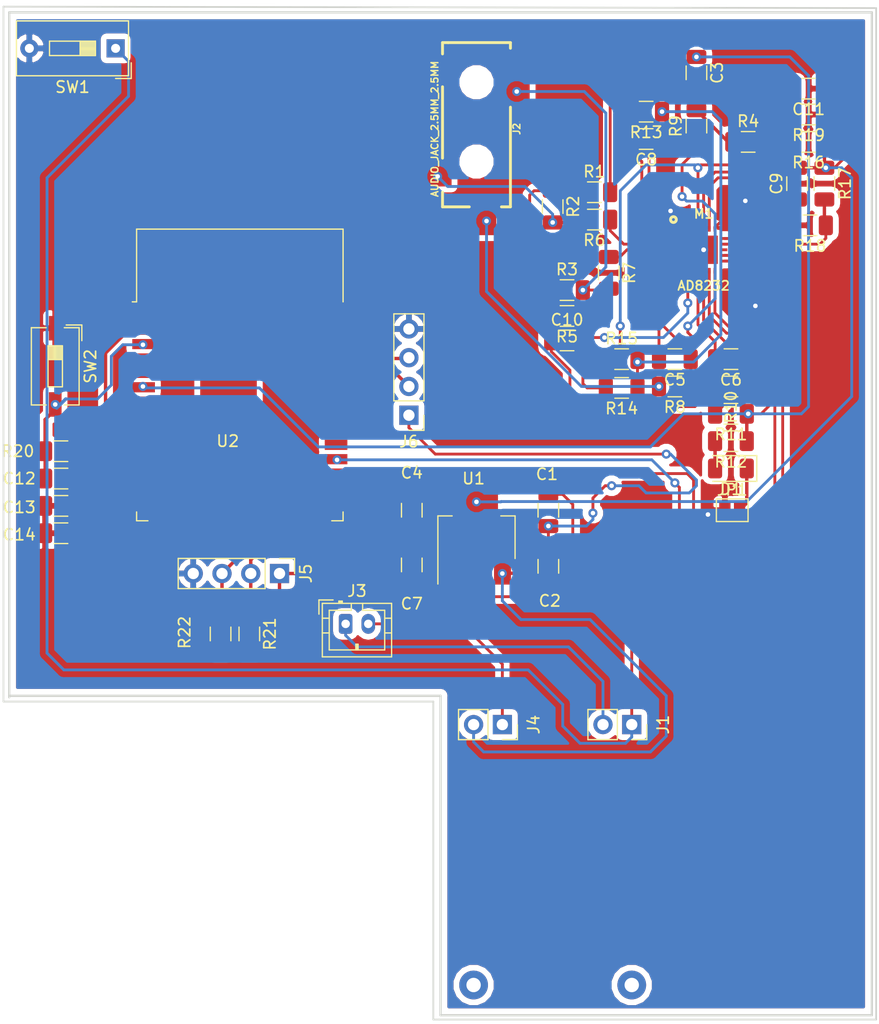
<source format=kicad_pcb>
(kicad_pcb (version 20171130) (host pcbnew 5.0.2+dfsg1-1)
  (layers (0 F.Cu signal) (31 B.Cu signal) (34 B.Paste user) (35 F.Paste user) (36 B.SilkS user) (37 F.SilkS user) (38 B.Mask user) (39 F.Mask user) (44 Edge.Cuts user))
  (net 0 "")
  (net 1 SWITCHPOWER)
  (net 2 /Regulator_in)
  (net 3 SIGNALOUT)
  (net 4 "Net-(C3-Pad2)")
  (net 5 +3V3)
  (net 6 "Net-(C5-Pad2)")
  (net 7 "Net-(C5-Pad1)")
  (net 8 "Net-(C6-Pad2)")
  (net 9 REFOUT)
  (net 10 "Net-(C8-Pad1)")
  (net 11 "Net-(C8-Pad2)")
  (net 12 GND)
  (net 13 "Net-(C10-Pad2)")
  (net 14 "Net-(C11-Pad2)")
  (net 15 "Net-(C12-Pad2)")
  (net 16 "Net-(D1-Pad1)")
  (net 17 "Net-(D1-Pad2)")
  (net 18 "Net-(J1-Pad2)")
  (net 19 "Net-(J3-Pad2)")
  (net 20 "Net-(J5-Pad3)")
  (net 21 "Net-(J5-Pad2)")
  (net 22 RX)
  (net 23 TX)
  (net 24 "Net-(M1-Pad2)")
  (net 25 "Net-(M1-Pad3)")
  (net 26 "Net-(M1-Pad9)")
  (net 27 LO-)
  (net 28 LO+)
  (net 29 SDN)
  (net 30 "Net-(M1-Pad14)")
  (net 31 "Net-(M1-Pad19)")
  (net 32 "Net-(R1-Pad1)")
  (net 33 LA)
  (net 34 RA)
  (net 35 RL)
  (net 36 "Net-(R13-Pad1)")
  (net 37 "Net-(U2-Pad4)")
  (net 38 "Net-(U2-Pad5)")
  (net 39 "Net-(U2-Pad7)")
  (net 40 "Net-(U2-Pad8)")
  (net 41 "Net-(U2-Pad9)")
  (net 42 "Net-(U2-Pad10)")
  (net 43 "Net-(U2-Pad11)")
  (net 44 "Net-(U2-Pad12)")
  (net 45 "Net-(U2-Pad13)")
  (net 46 "Net-(U2-Pad14)")
  (net 47 "Net-(U2-Pad16)")
  (net 48 "Net-(U2-Pad17)")
  (net 49 "Net-(U2-Pad18)")
  (net 50 "Net-(U2-Pad19)")
  (net 51 "Net-(U2-Pad20)")
  (net 52 "Net-(U2-Pad23)")
  (net 53 "Net-(U2-Pad24)")
  (net 54 "Net-(U2-Pad25)")
  (net 55 "Net-(U2-Pad26)")
  (net 56 "Net-(U2-Pad29)")
  (net 57 "Net-(U2-Pad30)")
  (net 58 "Net-(U2-Pad31)")
  (net 59 "Net-(U2-Pad32)")
  (net 60 "Net-(U2-Pad33)")
  (net 61 "Net-(U2-Pad36)")
  (net 62 "Net-(U2-Pad37)")
  (module Connectors:AUDIO-JACK-3.5MM-SMD (layer F.Cu) (at 80.264 24.257 270)
    (fp_text reference J2 (at 7.62 -3.556 270) (layer F.SilkS) (effects (font (size 0.6096 0.6096) (thickness 0.127))))
    (fp_text value AUDIO_JACK_2.5MM_2.5MM (at 7.62 3.683 270) (layer F.SilkS) (effects (font (size 0.6096 0.6096) (thickness 0.127))))
    (pad RING smd rect (at 4.29768 -3.44932 270) (size 1.99898 2.49936) (layers F.Cu F.Paste F.Mask) (net 34 RA))
    (pad RSH smd rect (at 1.4986 -3.44932 90) (size 1.19888 2.49936) (layers F.Cu F.Paste F.Mask))
    (pad SLEE smd rect (at 2.39776 3.44932 270) (size 1.99898 2.49936) (layers F.Cu F.Paste F.Mask))
    (pad TIP smd rect (at 11.69924 3.44932 270) (size 1.99898 2.49936) (layers F.Cu F.Paste F.Mask) (net 33 LA))
    (pad TSH smd rect (at 15.748 -0.7493) (size 1.99898 2.49936) (layers F.Cu F.Paste F.Mask))
    (pad "" np_thru_hole circle (at 3.49758 0 270) (size 1.99898 1.99898) (drill 1.99898) (layers *.Cu *.Mask))
    (pad "" np_thru_hole circle (at 10.49782 0 270) (size 1.99898 1.99898) (drill 1.99898) (layers *.Cu *.Mask))
  )
  (module Button_Switch_SMD:SW_DIP_SPSTx01_Slide_6.7x4.1mm_W6.73mm_P2.54mm_LowProfile_JPin (layer F.Cu) (at 43.053 52.832 270)
    (fp_text reference SW2 (at 0 -3.11 270) (layer F.SilkS))
    (fp_text value SW_Push)
    (pad 1 smd rect (at -3.365 0 270) (size 2.16 1.12) (layers F.Cu F.Paste F.Mask) (net 12 GND))
    (pad 2 smd rect (at 3.365 0 270) (size 2.16 1.12) (layers F.Cu F.Paste F.Mask) (net 15 "Net-(C12-Pad2)"))
  )
  (module Button_Switch_THT:SW_DIP_SPSTx01_Slide_9.78x4.72mm_W7.62mm_P2.54mm (layer F.Cu) (at 48.387 24.765 180)
    (fp_text reference SW1 (at 3.81 -3.42 180) (layer F.SilkS))
    (fp_text value SW_DIP_x01)
    (pad 1 thru_hole rect (at 0 0 180) (size 1.6 1.6) (drill 0.8) (layers *.Cu *.Mask) (net 1 SWITCHPOWER))
    (pad 2 thru_hole oval (at 7.62 0 180) (size 1.6 1.6) (drill 0.8) (layers *.Cu *.Mask) (net 12 GND))
  )
  (module Capacitor_SMD:C_1206_3216Metric (layer F.Cu) (at 86.614 65.535 90)
    (fp_text reference C1 (at 3.178 -0.127 180) (layer F.SilkS))
    (fp_text value 22nF)
    (pad 2 smd roundrect (at 1.4 0 90) (size 1.25 1.75) (layers F.Cu F.Paste F.Mask) (roundrect_rratio 0.2) (net 1 SWITCHPOWER))
    (pad 1 smd roundrect (at -1.4 0 90) (size 1.25 1.75) (layers F.Cu F.Paste F.Mask) (roundrect_rratio 0.2) (net 2 /Regulator_in))
  )
  (module Capacitor_SMD:C_1206_3216Metric (layer F.Cu) (at 86.614 70.485 270)
    (fp_text reference C2 (at 3.048 -0.127) (layer F.SilkS))
    (fp_text value 100nF)
    (pad 2 smd roundrect (at 1.4 0 270) (size 1.25 1.75) (layers F.Cu F.Paste F.Mask) (roundrect_rratio 0.2) (net 1 SWITCHPOWER))
    (pad 1 smd roundrect (at -1.4 0 270) (size 1.25 1.75) (layers F.Cu F.Paste F.Mask) (roundrect_rratio 0.2) (net 2 /Regulator_in))
  )
  (module Capacitor_SMD:C_1206_3216Metric (layer F.Cu) (at 99.695 26.921 270)
    (fp_text reference C3 (at 0 -1.82 270) (layer F.SilkS))
    (fp_text value 1.5nF)
    (pad 1 smd roundrect (at -1.4 0 270) (size 1.25 1.75) (layers F.Cu F.Paste F.Mask) (roundrect_rratio 0.2) (net 3 SIGNALOUT))
    (pad 2 smd roundrect (at 1.4 0 270) (size 1.25 1.75) (layers F.Cu F.Paste F.Mask) (roundrect_rratio 0.2) (net 4 "Net-(C3-Pad2)"))
  )
  (module Capacitor_SMD:C_1206_3216Metric (layer F.Cu) (at 74.549 65.535 90)
    (fp_text reference C4 (at 3.305 0 180) (layer F.SilkS))
    (fp_text value 100nF)
    (pad 1 smd roundrect (at -1.4 0 90) (size 1.25 1.75) (layers F.Cu F.Paste F.Mask) (roundrect_rratio 0.2) (net 5 +3V3))
    (pad 2 smd roundrect (at 1.4 0 90) (size 1.25 1.75) (layers F.Cu F.Paste F.Mask) (roundrect_rratio 0.2) (net 1 SWITCHPOWER))
  )
  (module Capacitor_SMD:C_1206_3216Metric (layer F.Cu) (at 97.787 52.197 180)
    (fp_text reference C5 (at 0 -1.82 180) (layer F.SilkS))
    (fp_text value 1nF)
    (pad 2 smd roundrect (at 1.4 0 180) (size 1.25 1.75) (layers F.Cu F.Paste F.Mask) (roundrect_rratio 0.2) (net 6 "Net-(C5-Pad2)"))
    (pad 1 smd roundrect (at -1.4 0 180) (size 1.25 1.75) (layers F.Cu F.Paste F.Mask) (roundrect_rratio 0.2) (net 7 "Net-(C5-Pad1)"))
  )
  (module Capacitor_SMD:C_1206_3216Metric (layer F.Cu) (at 102.746 52.197 180)
    (fp_text reference C6 (at 0 -1.82 180) (layer F.SilkS))
    (fp_text value 10nF)
    (pad 2 smd roundrect (at 1.4 0 180) (size 1.25 1.75) (layers F.Cu F.Paste F.Mask) (roundrect_rratio 0.2) (net 8 "Net-(C6-Pad2)"))
    (pad 1 smd roundrect (at -1.4 0 180) (size 1.25 1.75) (layers F.Cu F.Paste F.Mask) (roundrect_rratio 0.2) (net 9 REFOUT))
  )
  (module Capacitor_SMD:C_1206_3216Metric (layer F.Cu) (at 74.549 70.361 270)
    (fp_text reference C7 (at 3.426 0) (layer F.SilkS))
    (fp_text value 22nF)
    (pad 2 smd roundrect (at 1.4 0 270) (size 1.25 1.75) (layers F.Cu F.Paste F.Mask) (roundrect_rratio 0.2) (net 1 SWITCHPOWER))
    (pad 1 smd roundrect (at -1.4 0 270) (size 1.25 1.75) (layers F.Cu F.Paste F.Mask) (roundrect_rratio 0.2) (net 5 +3V3))
  )
  (module Capacitor_SMD:C_1206_3216Metric (layer F.Cu) (at 95.253 32.766 180)
    (fp_text reference C8 (at 0 -1.82 180) (layer F.SilkS))
    (fp_text value 0.33uF)
    (pad 1 smd roundrect (at -1.4 0 180) (size 1.25 1.75) (layers F.Cu F.Paste F.Mask) (roundrect_rratio 0.2) (net 10 "Net-(C8-Pad1)"))
    (pad 2 smd roundrect (at 1.4 0 180) (size 1.25 1.75) (layers F.Cu F.Paste F.Mask) (roundrect_rratio 0.2) (net 11 "Net-(C8-Pad2)"))
  )
  (module Capacitor_SMD:C_1206_3216Metric (layer F.Cu) (at 108.585 36.706 90)
    (fp_text reference C9 (at 0 -1.82 90) (layer F.SilkS))
    (fp_text value 0.1uF)
    (pad 1 smd roundrect (at -1.4 0 90) (size 1.25 1.75) (layers F.Cu F.Paste F.Mask) (roundrect_rratio 0.2) (net 12 GND))
    (pad 2 smd roundrect (at 1.4 0 90) (size 1.25 1.75) (layers F.Cu F.Paste F.Mask) (roundrect_rratio 0.2) (net 5 +3V3))
  )
  (module Capacitor_SMD:C_1206_3216Metric (layer F.Cu) (at 88.265 50.546)
    (fp_text reference C10 (at 0 -1.82) (layer F.SilkS))
    (fp_text value 0.33uF)
    (pad 1 smd roundrect (at -1.4 0) (size 1.25 1.75) (layers F.Cu F.Paste F.Mask) (roundrect_rratio 0.2) (net 9 REFOUT))
    (pad 2 smd roundrect (at 1.4 0) (size 1.25 1.75) (layers F.Cu F.Paste F.Mask) (roundrect_rratio 0.2) (net 13 "Net-(C10-Pad2)"))
  )
  (module Capacitor_SMD:C_1206_3216Metric (layer F.Cu) (at 109.604 28.321 180)
    (fp_text reference C11 (at 0 -1.82 180) (layer F.SilkS))
    (fp_text value 0.1uF)
    (pad 2 smd roundrect (at 1.4 0 180) (size 1.25 1.75) (layers F.Cu F.Paste F.Mask) (roundrect_rratio 0.2) (net 14 "Net-(C11-Pad2)"))
    (pad 1 smd roundrect (at -1.4 0 180) (size 1.25 1.75) (layers F.Cu F.Paste F.Mask) (roundrect_rratio 0.2) (net 12 GND))
  )
  (module Capacitor_SMD:C_1206_3216Metric (layer F.Cu) (at 43.564 62.738 180)
    (fp_text reference C12 (at 3.686 0 180) (layer F.SilkS))
    (fp_text value 0.1uF)
    (pad 1 smd roundrect (at -1.4 0 180) (size 1.25 1.75) (layers F.Cu F.Paste F.Mask) (roundrect_rratio 0.2) (net 12 GND))
    (pad 2 smd roundrect (at 1.4 0 180) (size 1.25 1.75) (layers F.Cu F.Paste F.Mask) (roundrect_rratio 0.2) (net 15 "Net-(C12-Pad2)"))
  )
  (module Capacitor_SMD:C_1206_3216Metric (layer F.Cu) (at 43.558 65.151)
    (fp_text reference C13 (at -3.68 0.127) (layer F.SilkS))
    (fp_text value 22uF)
    (pad 2 smd roundrect (at 1.4 0) (size 1.25 1.75) (layers F.Cu F.Paste F.Mask) (roundrect_rratio 0.2) (net 5 +3V3))
    (pad 1 smd roundrect (at -1.4 0) (size 1.25 1.75) (layers F.Cu F.Paste F.Mask) (roundrect_rratio 0.2) (net 12 GND))
  )
  (module Capacitor_SMD:C_1206_3216Metric (layer F.Cu) (at 43.561 67.564)
    (fp_text reference C14 (at -3.683 0.127) (layer F.SilkS))
    (fp_text value 0.1uF)
    (pad 1 smd roundrect (at -1.4 0) (size 1.25 1.75) (layers F.Cu F.Paste F.Mask) (roundrect_rratio 0.2) (net 12 GND))
    (pad 2 smd roundrect (at 1.4 0) (size 1.25 1.75) (layers F.Cu F.Paste F.Mask) (roundrect_rratio 0.2) (net 5 +3V3))
  )
  (module Diode_SMD:D_1206_3216Metric (layer F.Cu) (at 102.74 61.849 180)
    (fp_text reference D1 (at 0 -1.82 180) (layer F.SilkS))
    (fp_text value LED)
    (pad 1 smd roundrect (at -1.4 0 180) (size 1.25 1.75) (layers F.Cu F.Paste F.Mask) (roundrect_rratio 0.2) (net 16 "Net-(D1-Pad1)"))
    (pad 2 smd roundrect (at 1.4 0 180) (size 1.25 1.75) (layers F.Cu F.Paste F.Mask) (roundrect_rratio 0.2) (net 17 "Net-(D1-Pad2)"))
  )
  (module Connector_PinSocket_2.54mm:PinSocket_1x02_P2.54mm_Vertical (layer F.Cu) (at 93.98 84.455 270)
    (fp_text reference J1 (at 0 -2.77 270) (layer F.SilkS))
    (fp_text value TP4056-)
    (pad 2 thru_hole oval (at 0 2.54 270) (size 1.7 1.7) (drill 1) (layers *.Cu *.Mask) (net 18 "Net-(J1-Pad2)"))
    (pad 1 thru_hole rect (at 0 0 270) (size 1.7 1.7) (drill 1) (layers *.Cu *.Mask) (net 1 SWITCHPOWER))
  )
  (module Connector_JST:JST_PH_B2B-PH-K_1x02_P2.00mm_Vertical (layer F.Cu) (at 68.707 75.565)
    (fp_text reference J3 (at 1 -2.9) (layer F.SilkS))
    (fp_text value LIPO_Port)
    (pad 1 thru_hole roundrect (at 0 0) (size 1.2 1.75) (drill 0.75) (layers *.Cu *.Mask) (roundrect_rratio 0.208333) (net 18 "Net-(J1-Pad2)"))
    (pad 2 thru_hole oval (at 2 0) (size 1.2 1.75) (drill 0.75) (layers *.Cu *.Mask) (net 19 "Net-(J3-Pad2)"))
  )
  (module Connector_PinSocket_2.54mm:PinSocket_1x02_P2.54mm_Vertical (layer F.Cu) (at 82.55 84.455 270)
    (fp_text reference J4 (at 0 -2.77 270) (layer F.SilkS))
    (fp_text value TP4056+)
    (pad 1 thru_hole rect (at 0 0 270) (size 1.7 1.7) (drill 1) (layers *.Cu *.Mask) (net 19 "Net-(J3-Pad2)"))
    (pad 2 thru_hole oval (at 0 2.54 270) (size 1.7 1.7) (drill 1) (layers *.Cu *.Mask) (net 2 /Regulator_in))
  )
  (module Connector_PinHeader_2.54mm:PinHeader_1x04_P2.54mm_Vertical (layer F.Cu) (at 62.865 71.12 270)
    (fp_text reference J5 (at 0 -2.33 270) (layer F.SilkS))
    (fp_text value LCD)
    (pad 4 thru_hole oval (at 0 7.62 270) (size 1.7 1.7) (drill 1) (layers *.Cu *.Mask) (net 12 GND))
    (pad 3 thru_hole oval (at 0 5.08 270) (size 1.7 1.7) (drill 1) (layers *.Cu *.Mask) (net 20 "Net-(J5-Pad3)"))
    (pad 2 thru_hole oval (at 0 2.54 270) (size 1.7 1.7) (drill 1) (layers *.Cu *.Mask) (net 21 "Net-(J5-Pad2)"))
    (pad 1 thru_hole rect (at 0 0 270) (size 1.7 1.7) (drill 1) (layers *.Cu *.Mask) (net 5 +3V3))
  )
  (module Connector_PinHeader_2.54mm:PinHeader_1x04_P2.54mm_Vertical (layer F.Cu) (at 74.295 57.15 180)
    (fp_text reference J6 (at 0 -2.33 180) (layer F.SilkS))
    (fp_text value Prog)
    (pad 1 thru_hole rect (at 0 0 180) (size 1.7 1.7) (drill 1) (layers *.Cu *.Mask) (net 2 /Regulator_in))
    (pad 2 thru_hole oval (at 0 2.54 180) (size 1.7 1.7) (drill 1) (layers *.Cu *.Mask) (net 22 RX))
    (pad 3 thru_hole oval (at 0 5.08 180) (size 1.7 1.7) (drill 1) (layers *.Cu *.Mask) (net 23 TX))
    (pad 4 thru_hole oval (at 0 7.62 180) (size 1.7 1.7) (drill 1) (layers *.Cu *.Mask) (net 12 GND))
  )
  (module Jumper:SolderJumper-2_P1.3mm_Open_Pad1.0x1.5mm (layer F.Cu) (at 102.855 65.532)
    (fp_text reference JP1 (at 0 -1.8) (layer F.SilkS))
    (fp_text value JUMPER-SMT_2_NO)
    (pad 2 smd rect (at 0.65 0) (size 1 1.5) (layers F.Cu F.Mask) (net 16 "Net-(D1-Pad1)"))
    (pad 1 smd rect (at -0.65 0) (size 1 1.5) (layers F.Cu F.Mask) (net 12 GND))
  )
  (module Silicon-Standard:LFCSP_20 (layer F.Cu) (at 100.33 42.545)
    (fp_text reference M1 (at 0 -3.175) (layer F.SilkS) (effects (font (size 0.8128 0.8128) (thickness 0.1524))))
    (fp_text value AD8232 (at 0 3.175) (layer F.SilkS) (effects (font (size 0.8128 0.8128) (thickness 0.1524))))
    (pad 1 smd rect (at -1.84912 -0.99822 270) (size 0.24892 0.49784) (layers F.Cu F.Paste F.Mask) (net 11 "Net-(C8-Pad2)"))
    (pad 2 smd rect (at -1.84912 -0.49784 270) (size 0.24892 0.49784) (layers F.Cu F.Paste F.Mask) (net 24 "Net-(M1-Pad2)"))
    (pad 3 smd rect (at -1.84912 0 270) (size 0.24892 0.49784) (layers F.Cu F.Paste F.Mask) (net 25 "Net-(M1-Pad3)"))
    (pad 4 smd rect (at -1.84912 0.49784 270) (size 0.24892 0.49784) (layers F.Cu F.Paste F.Mask) (net 6 "Net-(C5-Pad2)"))
    (pad 5 smd rect (at -1.84912 0.99822 270) (size 0.24892 0.49784) (layers F.Cu F.Paste F.Mask) (net 7 "Net-(C5-Pad1)"))
    (pad 6 smd rect (at -0.99822 1.84912) (size 0.24892 0.49784) (layers F.Cu F.Paste F.Mask) (net 13 "Net-(C10-Pad2)"))
    (pad 7 smd rect (at -0.49784 1.84912) (size 0.24892 0.49784) (layers F.Cu F.Paste F.Mask) (net 8 "Net-(C6-Pad2)"))
    (pad 8 smd rect (at 0 1.84912) (size 0.24892 0.49784) (layers F.Cu F.Paste F.Mask) (net 9 REFOUT))
    (pad 9 smd rect (at 0.49784 1.84912) (size 0.24892 0.49784) (layers F.Cu F.Paste F.Mask) (net 26 "Net-(M1-Pad9)"))
    (pad 10 smd rect (at 0.99822 1.84912) (size 0.24892 0.49784) (layers F.Cu F.Paste F.Mask) (net 3 SIGNALOUT))
    (pad 11 smd rect (at 1.84912 0.99822 90) (size 0.24892 0.49784) (layers F.Cu F.Paste F.Mask) (net 27 LO-))
    (pad 12 smd rect (at 1.84912 0.49784 90) (size 0.24892 0.49784) (layers F.Cu F.Paste F.Mask) (net 28 LO+))
    (pad 13 smd rect (at 1.84912 0 90) (size 0.24892 0.49784) (layers F.Cu F.Paste F.Mask) (net 29 SDN))
    (pad 14 smd rect (at 1.84912 -0.49784 90) (size 0.24892 0.49784) (layers F.Cu F.Paste F.Mask) (net 30 "Net-(M1-Pad14)"))
    (pad 15 smd rect (at 1.84912 -0.99822 90) (size 0.24892 0.49784) (layers F.Cu F.Paste F.Mask) (net 5 +3V3))
    (pad 16 smd rect (at 0.99822 -1.84912 180) (size 0.24892 0.49784) (layers F.Cu F.Paste F.Mask) (net 12 GND))
    (pad 17 smd rect (at 0.49784 -1.84912 180) (size 0.24892 0.49784) (layers F.Cu F.Paste F.Mask) (net 5 +3V3))
    (pad 18 smd rect (at 0 -1.84912 180) (size 0.24892 0.49784) (layers F.Cu F.Paste F.Mask) (net 14 "Net-(C11-Pad2)"))
    (pad 19 smd rect (at -0.49784 -1.84912 180) (size 0.24892 0.49784) (layers F.Cu F.Paste F.Mask) (net 31 "Net-(M1-Pad19)"))
    (pad 20 smd rect (at -0.99822 -1.84912 180) (size 0.24892 0.49784) (layers F.Cu F.Paste F.Mask) (net 10 "Net-(C8-Pad1)"))
    (pad PAD smd rect (at 0 0) (size 2.49936 2.49936) (layers F.Cu F.Paste F.Mask) (net 12 GND))
  )
  (module Resistor_SMD:R_1206_3216Metric (layer F.Cu) (at 90.675 37.465)
    (fp_text reference R1 (at 0 -1.82) (layer F.SilkS))
    (fp_text value 0)
    (pad 1 smd roundrect (at -1.4 0) (size 1.25 1.75) (layers F.Cu F.Paste F.Mask) (roundrect_rratio 0.2) (net 32 "Net-(R1-Pad1)"))
    (pad 2 smd roundrect (at 1.4 0) (size 1.25 1.75) (layers F.Cu F.Paste F.Mask) (roundrect_rratio 0.2) (net 5 +3V3))
  )
  (module Resistor_SMD:R_1206_3216Metric (layer F.Cu) (at 86.995 38.732 270)
    (fp_text reference R2 (at 0 -1.82 270) (layer F.SilkS))
    (fp_text value 10M)
    (pad 2 smd roundrect (at 1.4 0 270) (size 1.25 1.75) (layers F.Cu F.Paste F.Mask) (roundrect_rratio 0.2) (net 33 LA))
    (pad 1 smd roundrect (at -1.4 0 270) (size 1.25 1.75) (layers F.Cu F.Paste F.Mask) (roundrect_rratio 0.2) (net 32 "Net-(R1-Pad1)"))
  )
  (module Resistor_SMD:R_1206_3216Metric (layer F.Cu) (at 88.262 46.101)
    (fp_text reference R3 (at 0 -1.82) (layer F.SilkS))
    (fp_text value 10M)
    (pad 2 smd roundrect (at 1.4 0) (size 1.25 1.75) (layers F.Cu F.Paste F.Mask) (roundrect_rratio 0.2) (net 34 RA))
    (pad 1 smd roundrect (at -1.4 0) (size 1.25 1.75) (layers F.Cu F.Paste F.Mask) (roundrect_rratio 0.2) (net 32 "Net-(R1-Pad1)"))
  )
  (module Resistor_SMD:R_1206_3216Metric (layer F.Cu) (at 104.264 33.02)
    (fp_text reference R4 (at 0 -1.82) (layer F.SilkS))
    (fp_text value 1M)
    (pad 2 smd roundrect (at 1.4 0) (size 1.25 1.75) (layers F.Cu F.Paste F.Mask) (roundrect_rratio 0.2) (net 31 "Net-(M1-Pad19)"))
    (pad 1 smd roundrect (at -1.4 0) (size 1.25 1.75) (layers F.Cu F.Paste F.Mask) (roundrect_rratio 0.2) (net 4 "Net-(C3-Pad2)"))
  )
  (module Resistor_SMD:R_1206_3216Metric (layer F.Cu) (at 88.262 48.387 180)
    (fp_text reference R5 (at 0 -1.82 180) (layer F.SilkS))
    (fp_text value DNP)
    (pad 2 smd roundrect (at 1.4 0 180) (size 1.25 1.75) (layers F.Cu F.Paste F.Mask) (roundrect_rratio 0.2) (net 32 "Net-(R1-Pad1)"))
    (pad 1 smd roundrect (at -1.4 0 180) (size 1.25 1.75) (layers F.Cu F.Paste F.Mask) (roundrect_rratio 0.2) (net 13 "Net-(C10-Pad2)"))
  )
  (module Resistor_SMD:R_1206_3216Metric (layer F.Cu) (at 90.675 39.878 180)
    (fp_text reference R6 (at 0 -1.82 180) (layer F.SilkS))
    (fp_text value 100K)
    (pad 1 smd roundrect (at -1.4 0 180) (size 1.25 1.75) (layers F.Cu F.Paste F.Mask) (roundrect_rratio 0.2) (net 24 "Net-(M1-Pad2)"))
    (pad 2 smd roundrect (at 1.4 0 180) (size 1.25 1.75) (layers F.Cu F.Paste F.Mask) (roundrect_rratio 0.2) (net 33 LA))
  )
  (module Resistor_SMD:R_1206_3216Metric (layer F.Cu) (at 91.948 44.58 270)
    (fp_text reference R7 (at 0 -1.82 270) (layer F.SilkS))
    (fp_text value 100K)
    (pad 1 smd roundrect (at -1.4 0 270) (size 1.25 1.75) (layers F.Cu F.Paste F.Mask) (roundrect_rratio 0.2) (net 25 "Net-(M1-Pad3)"))
    (pad 2 smd roundrect (at 1.4 0 270) (size 1.25 1.75) (layers F.Cu F.Paste F.Mask) (roundrect_rratio 0.2) (net 34 RA))
  )
  (module Resistor_SMD:R_1206_3216Metric (layer F.Cu) (at 97.787 54.61 180)
    (fp_text reference R8 (at 0 -1.82 180) (layer F.SilkS))
    (fp_text value 360K)
    (pad 1 smd roundrect (at -1.4 0 180) (size 1.25 1.75) (layers F.Cu F.Paste F.Mask) (roundrect_rratio 0.2) (net 7 "Net-(C5-Pad1)"))
    (pad 2 smd roundrect (at 1.4 0 180) (size 1.25 1.75) (layers F.Cu F.Paste F.Mask) (roundrect_rratio 0.2) (net 35 RL))
  )
  (module Resistor_SMD:R_1206_3216Metric (layer F.Cu) (at 99.695 31.626 90)
    (fp_text reference R9 (at 0 -1.82 90) (layer F.SilkS))
    (fp_text value 1M)
    (pad 1 smd roundrect (at -1.4 0 90) (size 1.25 1.75) (layers F.Cu F.Paste F.Mask) (roundrect_rratio 0.2) (net 8 "Net-(C6-Pad2)"))
    (pad 2 smd roundrect (at 1.4 0 90) (size 1.25 1.75) (layers F.Cu F.Paste F.Mask) (roundrect_rratio 0.2) (net 4 "Net-(C3-Pad2)"))
  )
  (module Resistor_SMD:R_1206_3216Metric (layer F.Cu) (at 102.74 54.61 180)
    (fp_text reference R10 (at 0 -1.82 270) (layer F.SilkS))
    (fp_text value 100K)
    (pad 2 smd roundrect (at 1.4 0 180) (size 1.25 1.75) (layers F.Cu F.Paste F.Mask) (roundrect_rratio 0.2) (net 9 REFOUT))
    (pad 1 smd roundrect (at -1.4 0 180) (size 1.25 1.75) (layers F.Cu F.Paste F.Mask) (roundrect_rratio 0.2) (net 26 "Net-(M1-Pad9)"))
  )
  (module Resistor_SMD:R_1206_3216Metric (layer F.Cu) (at 102.743 57.023 180)
    (fp_text reference R11 (at 0 -1.82 180) (layer F.SilkS))
    (fp_text value 1M)
    (pad 1 smd roundrect (at -1.4 0 180) (size 1.25 1.75) (layers F.Cu F.Paste F.Mask) (roundrect_rratio 0.2) (net 3 SIGNALOUT))
    (pad 2 smd roundrect (at 1.4 0 180) (size 1.25 1.75) (layers F.Cu F.Paste F.Mask) (roundrect_rratio 0.2) (net 26 "Net-(M1-Pad9)"))
  )
  (module Resistor_SMD:R_1206_3216Metric (layer F.Cu) (at 102.74 59.436 180)
    (fp_text reference R12 (at 0 -1.82 180) (layer F.SilkS))
    (fp_text value 1K)
    (pad 2 smd roundrect (at 1.4 0 180) (size 1.25 1.75) (layers F.Cu F.Paste F.Mask) (roundrect_rratio 0.2) (net 17 "Net-(D1-Pad2)"))
    (pad 1 smd roundrect (at -1.4 0 180) (size 1.25 1.75) (layers F.Cu F.Paste F.Mask) (roundrect_rratio 0.2) (net 3 SIGNALOUT))
  )
  (module Resistor_SMD:R_1206_3216Metric (layer F.Cu) (at 95.253 30.353 180)
    (fp_text reference R13 (at 0 -1.82 180) (layer F.SilkS))
    (fp_text value 10M)
    (pad 2 smd roundrect (at 1.4 0 180) (size 1.25 1.75) (layers F.Cu F.Paste F.Mask) (roundrect_rratio 0.2) (net 10 "Net-(C8-Pad1)"))
    (pad 1 smd roundrect (at -1.4 0 180) (size 1.25 1.75) (layers F.Cu F.Paste F.Mask) (roundrect_rratio 0.2) (net 36 "Net-(R13-Pad1)"))
  )
  (module Resistor_SMD:R_1206_3216Metric (layer F.Cu) (at 93.088 54.737 180)
    (fp_text reference R14 (at 0 -1.82 180) (layer F.SilkS))
    (fp_text value 1.4M)
    (pad 1 smd roundrect (at -1.4 0 180) (size 1.25 1.75) (layers F.Cu F.Paste F.Mask) (roundrect_rratio 0.2) (net 36 "Net-(R13-Pad1)"))
    (pad 2 smd roundrect (at 1.4 0 180) (size 1.25 1.75) (layers F.Cu F.Paste F.Mask) (roundrect_rratio 0.2) (net 13 "Net-(C10-Pad2)"))
  )
  (module Resistor_SMD:R_1206_3216Metric (layer F.Cu) (at 93.088 52.197)
    (fp_text reference R15 (at 0 -1.82) (layer F.SilkS))
    (fp_text value 10M)
    (pad 2 smd roundrect (at 1.4 0) (size 1.25 1.75) (layers F.Cu F.Paste F.Mask) (roundrect_rratio 0.2) (net 36 "Net-(R13-Pad1)"))
    (pad 1 smd roundrect (at -1.4 0) (size 1.25 1.75) (layers F.Cu F.Paste F.Mask) (roundrect_rratio 0.2) (net 31 "Net-(M1-Pad19)"))
  )
  (module Resistor_SMD:R_1206_3216Metric (layer F.Cu) (at 109.604 33.02 180)
    (fp_text reference R16 (at 0 -1.82 180) (layer F.SilkS))
    (fp_text value 10M)
    (pad 1 smd roundrect (at -1.4 0 180) (size 1.25 1.75) (layers F.Cu F.Paste F.Mask) (roundrect_rratio 0.2) (net 5 +3V3))
    (pad 2 smd roundrect (at 1.4 0 180) (size 1.25 1.75) (layers F.Cu F.Paste F.Mask) (roundrect_rratio 0.2) (net 14 "Net-(C11-Pad2)"))
  )
  (module Resistor_SMD:R_1206_3216Metric (layer F.Cu) (at 110.998 36.703 270)
    (fp_text reference R17 (at 0 -1.82 270) (layer F.SilkS))
    (fp_text value DNP)
    (pad 1 smd roundrect (at -1.4 0 270) (size 1.25 1.75) (layers F.Cu F.Paste F.Mask) (roundrect_rratio 0.2) (net 5 +3V3))
    (pad 2 smd roundrect (at 1.4 0 270) (size 1.25 1.75) (layers F.Cu F.Paste F.Mask) (roundrect_rratio 0.2) (net 30 "Net-(M1-Pad14)"))
  )
  (module Resistor_SMD:R_1206_3216Metric (layer F.Cu) (at 109.725 40.386 180)
    (fp_text reference R18 (at 0 -1.82 180) (layer F.SilkS))
    (fp_text value 0)
    (pad 2 smd roundrect (at 1.4 0 180) (size 1.25 1.75) (layers F.Cu F.Paste F.Mask) (roundrect_rratio 0.2) (net 12 GND))
    (pad 1 smd roundrect (at -1.4 0 180) (size 1.25 1.75) (layers F.Cu F.Paste F.Mask) (roundrect_rratio 0.2) (net 30 "Net-(M1-Pad14)"))
  )
  (module Resistor_SMD:R_1206_3216Metric (layer F.Cu) (at 109.604 30.607 180)
    (fp_text reference R19 (at 0 -1.82 180) (layer F.SilkS))
    (fp_text value 10M)
    (pad 2 smd roundrect (at 1.4 0 180) (size 1.25 1.75) (layers F.Cu F.Paste F.Mask) (roundrect_rratio 0.2) (net 14 "Net-(C11-Pad2)"))
    (pad 1 smd roundrect (at -1.4 0 180) (size 1.25 1.75) (layers F.Cu F.Paste F.Mask) (roundrect_rratio 0.2) (net 12 GND))
  )
  (module Resistor_SMD:R_1206_3216Metric (layer F.Cu) (at 43.558 60.325)
    (fp_text reference R20 (at -3.807 0) (layer F.SilkS))
    (fp_text value 10K)
    (pad 1 smd roundrect (at -1.4 0) (size 1.25 1.75) (layers F.Cu F.Paste F.Mask) (roundrect_rratio 0.2) (net 15 "Net-(C12-Pad2)"))
    (pad 2 smd roundrect (at 1.4 0) (size 1.25 1.75) (layers F.Cu F.Paste F.Mask) (roundrect_rratio 0.2) (net 5 +3V3))
  )
  (module Resistor_SMD:R_1206_3216Metric (layer F.Cu) (at 60.198 76.451 270)
    (fp_text reference R21 (at 0 -1.82 270) (layer F.SilkS))
    (fp_text value 4.7K)
    (pad 1 smd roundrect (at -1.4 0 270) (size 1.25 1.75) (layers F.Cu F.Paste F.Mask) (roundrect_rratio 0.2) (net 21 "Net-(J5-Pad2)"))
    (pad 2 smd roundrect (at 1.4 0 270) (size 1.25 1.75) (layers F.Cu F.Paste F.Mask) (roundrect_rratio 0.2) (net 5 +3V3))
  )
  (module Resistor_SMD:R_1206_3216Metric (layer F.Cu) (at 57.658 76.454 270)
    (fp_text reference R22 (at -0.127 3.175 270) (layer F.SilkS))
    (fp_text value 4.7K)
    (pad 2 smd roundrect (at 1.4 0 270) (size 1.25 1.75) (layers F.Cu F.Paste F.Mask) (roundrect_rratio 0.2) (net 5 +3V3))
    (pad 1 smd roundrect (at -1.4 0 270) (size 1.25 1.75) (layers F.Cu F.Paste F.Mask) (roundrect_rratio 0.2) (net 20 "Net-(J5-Pad3)"))
  )
  (module Package_TO_SOT_SMD:SOT-223-3_TabPin2 (layer F.Cu) (at 80.264 67.945 90)
    (fp_text reference U1 (at 5.207 -0.254 180) (layer F.SilkS))
    (fp_text value AMS1117-3.3)
    (pad 2 smd rect (at 3.15 0 90) (size 2 3.8) (layers F.Cu F.Paste F.Mask) (net 5 +3V3))
    (pad 2 smd rect (at -3.15 0 90) (size 2 1.5) (layers F.Cu F.Paste F.Mask) (net 5 +3V3))
    (pad 3 smd rect (at -3.15 2.3 90) (size 2 1.5) (layers F.Cu F.Paste F.Mask) (net 2 /Regulator_in))
    (pad 1 smd rect (at -3.15 -2.3 90) (size 2 1.5) (layers F.Cu F.Paste F.Mask) (net 1 SWITCHPOWER))
  )
  (module RF_Module:ESP32-WROOM-32 (layer F.Cu) (at 59.360001 56.585001)
    (fp_text reference U2 (at -1.067001 2.850999 180) (layer F.SilkS))
    (fp_text value ESP32-WROOM-32)
    (pad 39 smd rect (at -1 -0.755) (size 5 5) (layers F.Cu F.Paste F.Mask))
    (pad 1 smd rect (at -8.5 -8.255) (size 2 0.9) (layers F.Cu F.Paste F.Mask) (net 12 GND))
    (pad 2 smd rect (at -8.5 -6.985) (size 2 0.9) (layers F.Cu F.Paste F.Mask) (net 5 +3V3))
    (pad 3 smd rect (at -8.5 -5.715) (size 2 0.9) (layers F.Cu F.Paste F.Mask) (net 15 "Net-(C12-Pad2)"))
    (pad 4 smd rect (at -8.5 -4.445) (size 2 0.9) (layers F.Cu F.Paste F.Mask) (net 37 "Net-(U2-Pad4)"))
    (pad 5 smd rect (at -8.5 -3.175) (size 2 0.9) (layers F.Cu F.Paste F.Mask) (net 38 "Net-(U2-Pad5)"))
    (pad 6 smd rect (at -8.5 -1.905) (size 2 0.9) (layers F.Cu F.Paste F.Mask) (net 3 SIGNALOUT))
    (pad 7 smd rect (at -8.5 -0.635) (size 2 0.9) (layers F.Cu F.Paste F.Mask) (net 39 "Net-(U2-Pad7)"))
    (pad 8 smd rect (at -8.5 0.635) (size 2 0.9) (layers F.Cu F.Paste F.Mask) (net 40 "Net-(U2-Pad8)"))
    (pad 9 smd rect (at -8.5 1.905) (size 2 0.9) (layers F.Cu F.Paste F.Mask) (net 41 "Net-(U2-Pad9)"))
    (pad 10 smd rect (at -8.5 3.175) (size 2 0.9) (layers F.Cu F.Paste F.Mask) (net 42 "Net-(U2-Pad10)"))
    (pad 11 smd rect (at -8.5 4.445) (size 2 0.9) (layers F.Cu F.Paste F.Mask) (net 43 "Net-(U2-Pad11)"))
    (pad 12 smd rect (at -8.5 5.715) (size 2 0.9) (layers F.Cu F.Paste F.Mask) (net 44 "Net-(U2-Pad12)"))
    (pad 13 smd rect (at -8.5 6.985) (size 2 0.9) (layers F.Cu F.Paste F.Mask) (net 45 "Net-(U2-Pad13)"))
    (pad 14 smd rect (at -8.5 8.255) (size 2 0.9) (layers F.Cu F.Paste F.Mask) (net 46 "Net-(U2-Pad14)"))
    (pad 15 smd rect (at -5.715 9.255 90) (size 2 0.9) (layers F.Cu F.Paste F.Mask) (net 12 GND))
    (pad 16 smd rect (at -4.445 9.255 90) (size 2 0.9) (layers F.Cu F.Paste F.Mask) (net 47 "Net-(U2-Pad16)"))
    (pad 17 smd rect (at -3.175 9.255 90) (size 2 0.9) (layers F.Cu F.Paste F.Mask) (net 48 "Net-(U2-Pad17)"))
    (pad 18 smd rect (at -1.905 9.255 90) (size 2 0.9) (layers F.Cu F.Paste F.Mask) (net 49 "Net-(U2-Pad18)"))
    (pad 19 smd rect (at -0.635 9.255 90) (size 2 0.9) (layers F.Cu F.Paste F.Mask) (net 50 "Net-(U2-Pad19)"))
    (pad 20 smd rect (at 0.635 9.255 90) (size 2 0.9) (layers F.Cu F.Paste F.Mask) (net 51 "Net-(U2-Pad20)"))
    (pad 21 smd rect (at 1.905 9.255 90) (size 2 0.9) (layers F.Cu F.Paste F.Mask) (net 20 "Net-(J5-Pad3)"))
    (pad 22 smd rect (at 3.175 9.255 90) (size 2 0.9) (layers F.Cu F.Paste F.Mask) (net 21 "Net-(J5-Pad2)"))
    (pad 23 smd rect (at 4.445 9.255 90) (size 2 0.9) (layers F.Cu F.Paste F.Mask) (net 52 "Net-(U2-Pad23)"))
    (pad 24 smd rect (at 5.715 9.255 90) (size 2 0.9) (layers F.Cu F.Paste F.Mask) (net 53 "Net-(U2-Pad24)"))
    (pad 25 smd rect (at 8.5 8.255) (size 2 0.9) (layers F.Cu F.Paste F.Mask) (net 54 "Net-(U2-Pad25)"))
    (pad 26 smd rect (at 8.5 6.985) (size 2 0.9) (layers F.Cu F.Paste F.Mask) (net 55 "Net-(U2-Pad26)"))
    (pad 27 smd rect (at 8.5 5.715) (size 2 0.9) (layers F.Cu F.Paste F.Mask) (net 27 LO-))
    (pad 28 smd rect (at 8.5 4.445) (size 2 0.9) (layers F.Cu F.Paste F.Mask) (net 28 LO+))
    (pad 29 smd rect (at 8.5 3.175) (size 2 0.9) (layers F.Cu F.Paste F.Mask) (net 56 "Net-(U2-Pad29)"))
    (pad 30 smd rect (at 8.5 1.905) (size 2 0.9) (layers F.Cu F.Paste F.Mask) (net 57 "Net-(U2-Pad30)"))
    (pad 31 smd rect (at 8.5 0.635) (size 2 0.9) (layers F.Cu F.Paste F.Mask) (net 58 "Net-(U2-Pad31)"))
    (pad 32 smd rect (at 8.5 -0.635) (size 2 0.9) (layers F.Cu F.Paste F.Mask) (net 59 "Net-(U2-Pad32)"))
    (pad 33 smd rect (at 8.5 -1.905) (size 2 0.9) (layers F.Cu F.Paste F.Mask) (net 60 "Net-(U2-Pad33)"))
    (pad 34 smd rect (at 8.5 -3.175) (size 2 0.9) (layers F.Cu F.Paste F.Mask) (net 22 RX))
    (pad 35 smd rect (at 8.5 -4.445) (size 2 0.9) (layers F.Cu F.Paste F.Mask) (net 23 TX))
    (pad 36 smd rect (at 8.5 -5.715) (size 2 0.9) (layers F.Cu F.Paste F.Mask) (net 61 "Net-(U2-Pad36)"))
    (pad 37 smd rect (at 8.5 -6.985) (size 2 0.9) (layers F.Cu F.Paste F.Mask) (net 62 "Net-(U2-Pad37)"))
    (pad 38 smd rect (at 8.5 -8.255) (size 2 0.9) (layers F.Cu F.Paste F.Mask) (net 12 GND))
  )
  (gr_line (start 76.454 110.49) (end 76.962 110.49) (layer Edge.Cuts) (width 0.15))
  (gr_line (start 76.454 82.423) (end 76.454 110.49) (layer Edge.Cuts) (width 0.15))
  (gr_line (start 38.481 82.423) (end 76.454 82.423) (layer Edge.Cuts) (width 0.15))
  (gr_line (start 38.481 21.082) (end 38.481 82.423) (layer Edge.Cuts) (width 0.15))
  (gr_line (start 115.57 21.209) (end 38.481 21.082) (layer Edge.Cuts) (width 0.15))
  (gr_line (start 115.57 110.49) (end 115.57 21.209) (layer Edge.Cuts) (width 0.15))
  (gr_line (start 76.962 110.49) (end 115.57 110.49) (layer Edge.Cuts) (width 0.15))
  (gr_text "By Squanix Ver 1.0\n" (at 106.807 96.52 90) (layer F.Cu) (effects (font (size 1.5 1.5) (thickness 0.3))))
  (gr_text "Gati ECG Module" (at 102.743 89.154 90) (layer F.Cu) (effects (font (size 3 3) (thickness 0.6))))
  (gr_line (start 115.19 110.109) (end 115.19 21.59) (layer Edge.Cuts) (width 0.2))
  (gr_line (start 77.089 110.109) (end 115.189 110.109) (layer Edge.Cuts) (width 0.2))
  (gr_line (start 77.089 81.915) (end 77.089 110.109) (layer Edge.Cuts) (width 0.2))
  (gr_line (start 38.989 81.915) (end 77.089 81.915) (layer Edge.Cuts) (width 0.2))
  (gr_line (start 38.989 21.59) (end 38.989 82.042) (layer Edge.Cuts) (width 0.2))
  (gr_line (start 115.19 21.59) (end 38.989 21.59) (layer Edge.Cuts) (width 0.2))
  (via (at 93.98 107.442) (size 2.54) (drill 1.27) (layers F.Cu B.Cu) (net 0))
  (via (at 80.01 107.442) (size 2.54) (drill 1.27) (layers F.Cu B.Cu) (net 0))
  (segment (start 74.549 72.486) (end 75.342 73.279) (width 0.25) (layer F.Cu) (net 1))
  (segment (start 74.549 71.761) (end 74.549 72.486) (width 0.25) (layer F.Cu) (net 1))
  (segment (start 75.342 73.279) (end 77.851 73.279) (width 0.25) (layer F.Cu) (net 1))
  (segment (start 77.964 73.166) (end 77.964 71.095) (width 0.25) (layer F.Cu) (net 1))
  (segment (start 77.851 73.279) (end 77.964 73.166) (width 0.25) (layer F.Cu) (net 1))
  (segment (start 85.333 73.166) (end 86.614 71.885) (width 0.25) (layer F.Cu) (net 1))
  (segment (start 77.964 73.166) (end 85.333 73.166) (width 0.25) (layer F.Cu) (net 1))
  (segment (start 88.262 71.885) (end 86.614 71.885) (width 0.25) (layer F.Cu) (net 1))
  (segment (start 88.773 71.374) (end 88.262 71.885) (width 0.25) (layer F.Cu) (net 1))
  (segment (start 88.773 65.024) (end 88.773 71.374) (width 0.25) (layer F.Cu) (net 1))
  (segment (start 86.614 64.135) (end 87.884 64.135) (width 0.25) (layer F.Cu) (net 1))
  (segment (start 87.884 64.135) (end 88.773 65.024) (width 0.25) (layer F.Cu) (net 1))
  (segment (start 88.262 71.885) (end 90.3 71.885) (width 0.25) (layer F.Cu) (net 1))
  (segment (start 93.98 75.565) (end 93.98 84.455) (width 0.25) (layer F.Cu) (net 1))
  (segment (start 90.3 71.885) (end 93.98 75.565) (width 0.25) (layer F.Cu) (net 1))
  (segment (start 85.471 62.992) (end 86.614 64.135) (width 0.25) (layer F.Cu) (net 1))
  (segment (start 74.549 64.135) (end 75.692 62.992) (width 0.25) (layer F.Cu) (net 1))
  (segment (start 75.692 62.992) (end 85.471 62.992) (width 0.25) (layer F.Cu) (net 1))
  (segment (start 93.429 86.106) (end 93.98 85.555) (width 0.25) (layer B.Cu) (net 1))
  (segment (start 87.884 84.582) (end 89.408 86.106) (width 0.25) (layer B.Cu) (net 1))
  (segment (start 87.884 82.677) (end 87.884 84.582) (width 0.25) (layer B.Cu) (net 1))
  (segment (start 84.836 79.629) (end 87.884 82.677) (width 0.25) (layer B.Cu) (net 1))
  (segment (start 49.53 25.908) (end 49.53 28.99) (width 0.25) (layer B.Cu) (net 1))
  (segment (start 93.98 85.555) (end 93.98 84.455) (width 0.25) (layer B.Cu) (net 1))
  (segment (start 42.327999 78.141999) (end 43.815 79.629) (width 0.25) (layer B.Cu) (net 1))
  (segment (start 89.408 86.106) (end 93.429 86.106) (width 0.25) (layer B.Cu) (net 1))
  (segment (start 48.387 24.765) (end 49.53 25.908) (width 0.25) (layer B.Cu) (net 1))
  (segment (start 49.53 28.99) (end 42.327999 36.192001) (width 0.25) (layer B.Cu) (net 1))
  (segment (start 42.327999 36.192001) (end 42.327999 78.141999) (width 0.25) (layer B.Cu) (net 1))
  (segment (start 43.815 79.629) (end 84.836 79.629) (width 0.25) (layer B.Cu) (net 1))
  (segment (start 86.614 69.085) (end 86.614 66.935) (width 0.25) (layer F.Cu) (net 2))
  (segment (start 83.614 71.095) (end 83.639 71.12) (width 0.3) (layer F.Cu) (net 2))
  (segment (start 82.564 71.095) (end 83.614 71.095) (width 0.3) (layer F.Cu) (net 2))
  (segment (start 83.639 71.12) (end 83.947 71.12) (width 0.3) (layer F.Cu) (net 2))
  (segment (start 83.947 71.12) (end 84.836 70.231) (width 0.3) (layer F.Cu) (net 2))
  (segment (start 84.836 70.231) (end 84.836 69.469) (width 0.3) (layer F.Cu) (net 2))
  (segment (start 85.22 69.085) (end 86.614 69.085) (width 0.3) (layer F.Cu) (net 2))
  (segment (start 84.836 69.469) (end 85.22 69.085) (width 0.3) (layer F.Cu) (net 2))
  (segment (start 80.01 84.455) (end 80.01 85.979) (width 0.25) (layer B.Cu) (net 2))
  (segment (start 80.01 85.979) (end 80.899 86.868) (width 0.25) (layer B.Cu) (net 2))
  (segment (start 80.899 86.868) (end 95.631 86.868) (width 0.25) (layer B.Cu) (net 2))
  (segment (start 95.631 86.868) (end 97.028 85.471) (width 0.25) (layer B.Cu) (net 2))
  (segment (start 97.028 85.471) (end 97.028 81.915) (width 0.25) (layer B.Cu) (net 2))
  (segment (start 97.028 81.915) (end 90.297 75.184) (width 0.25) (layer B.Cu) (net 2))
  (segment (start 90.297 75.184) (end 84.201 75.184) (width 0.25) (layer B.Cu) (net 2))
  (segment (start 84.201 75.184) (end 82.55 73.533) (width 0.25) (layer B.Cu) (net 2))
  (segment (start 82.55 73.533) (end 82.55 71.12) (width 0.25) (layer B.Cu) (net 2))
  (via (at 82.55 71.12) (size 0.8) (drill 0.4) (layers F.Cu B.Cu) (net 2))
  (segment (start 74.295 58.25) (end 76.624 60.579) (width 0.25) (layer F.Cu) (net 2))
  (segment (start 74.295 57.15) (end 74.295 58.25) (width 0.25) (layer F.Cu) (net 2))
  (segment (start 76.624 60.579) (end 97.028 60.579) (width 0.25) (layer F.Cu) (net 2))
  (via (at 97.028 60.579) (size 0.8) (drill 0.4) (layers F.Cu B.Cu) (net 2))
  (segment (start 97.028 60.579) (end 97.409 60.579) (width 0.25) (layer B.Cu) (net 2))
  (segment (start 97.409 60.579) (end 98.515001 61.685001) (width 0.25) (layer B.Cu) (net 2))
  (segment (start 98.515001 61.685001) (end 99.695 62.865) (width 0.25) (layer B.Cu) (net 2))
  (segment (start 99.695 62.865) (end 99.695 63.373) (width 0.25) (layer B.Cu) (net 2))
  (segment (start 99.695 63.373) (end 99.06 64.008) (width 0.25) (layer B.Cu) (net 2))
  (segment (start 99.06 64.008) (end 95.631 64.008) (width 0.25) (layer B.Cu) (net 2))
  (segment (start 95.631 64.008) (end 95.25 64.008) (width 0.25) (layer B.Cu) (net 2))
  (segment (start 95.25 64.008) (end 94.615 63.373) (width 0.25) (layer B.Cu) (net 2))
  (segment (start 94.615 63.373) (end 92.202 63.373) (width 0.25) (layer B.Cu) (net 2))
  (via (at 92.202 63.373) (size 0.8) (drill 0.4) (layers F.Cu B.Cu) (net 2))
  (segment (start 91.636315 63.373) (end 90.551 64.458315) (width 0.25) (layer F.Cu) (net 2))
  (segment (start 92.202 63.373) (end 91.636315 63.373) (width 0.25) (layer F.Cu) (net 2))
  (segment (start 90.551 64.458315) (end 90.551 65.786) (width 0.25) (layer F.Cu) (net 2))
  (via (at 90.551 65.786) (size 0.8) (drill 0.4) (layers F.Cu B.Cu) (net 2))
  (segment (start 90.551 66.351685) (end 89.973685 66.929) (width 0.25) (layer B.Cu) (net 2))
  (segment (start 90.551 65.786) (end 90.551 66.351685) (width 0.25) (layer B.Cu) (net 2))
  (segment (start 89.973685 66.929) (end 86.614 66.929) (width 0.25) (layer B.Cu) (net 2))
  (via (at 86.614 66.929) (size 0.8) (drill 0.4) (layers F.Cu B.Cu) (net 2))
  (segment (start 104.143 59.433) (end 104.14 59.436) (width 0.3) (layer F.Cu) (net 3))
  (segment (start 104.143 57.023) (end 104.143 59.433) (width 0.3) (layer F.Cu) (net 3))
  (segment (start 101.32822 48.11522) (end 102.67399 49.46099) (width 0.25) (layer F.Cu) (net 3))
  (segment (start 101.32822 44.39412) (end 101.32822 48.11522) (width 0.25) (layer F.Cu) (net 3))
  (segment (start 105.41 57.023) (end 104.143 57.023) (width 0.25) (layer F.Cu) (net 3))
  (segment (start 102.67399 49.46099) (end 104.32499 49.46099) (width 0.25) (layer F.Cu) (net 3))
  (segment (start 104.32499 49.46099) (end 106.172 51.308) (width 0.25) (layer F.Cu) (net 3))
  (segment (start 106.172 51.308) (end 106.172 56.261) (width 0.25) (layer F.Cu) (net 3))
  (segment (start 106.172 56.261) (end 105.41 57.023) (width 0.25) (layer F.Cu) (net 3))
  (via (at 99.695 25.521) (size 0.8) (drill 0.4) (layers F.Cu B.Cu) (net 3))
  (segment (start 99.695 25.521) (end 107.944 25.521) (width 0.25) (layer B.Cu) (net 3))
  (segment (start 107.944 25.521) (end 109.601 27.178) (width 0.25) (layer B.Cu) (net 3))
  (segment (start 109.601 27.178) (end 109.601 56.388) (width 0.25) (layer B.Cu) (net 3))
  (segment (start 109.601 56.388) (end 108.966 57.023) (width 0.25) (layer B.Cu) (net 3))
  (segment (start 108.966 57.023) (end 104.267 57.023) (width 0.25) (layer B.Cu) (net 3))
  (via (at 104.267 57.023) (size 0.8) (drill 0.4) (layers F.Cu B.Cu) (net 3))
  (segment (start 104.267 57.023) (end 98.552 57.023) (width 0.25) (layer B.Cu) (net 3))
  (segment (start 98.552 57.023) (end 95.631 59.944) (width 0.25) (layer B.Cu) (net 3))
  (segment (start 95.631 59.944) (end 74.803 59.944) (width 0.25) (layer B.Cu) (net 3))
  (segment (start 74.803 59.944) (end 66.294 59.944) (width 0.25) (layer B.Cu) (net 3))
  (segment (start 66.294 59.944) (end 61.087 54.737) (width 0.25) (layer B.Cu) (net 3))
  (segment (start 61.087 54.737) (end 51.054 54.737) (width 0.25) (layer B.Cu) (net 3))
  (segment (start 51.054 54.737) (end 50.927 54.737) (width 0.25) (layer B.Cu) (net 3))
  (segment (start 50.927 54.737) (end 50.8 54.61) (width 0.25) (layer B.Cu) (net 3))
  (via (at 50.8 54.61) (size 0.8) (drill 0.4) (layers F.Cu B.Cu) (net 3))
  (segment (start 102.489 33.02) (end 102.864 33.02) (width 0.3) (layer F.Cu) (net 4))
  (segment (start 99.695 30.226) (end 102.489 33.02) (width 0.3) (layer F.Cu) (net 4))
  (segment (start 99.695 28.321) (end 99.695 30.226) (width 0.3) (layer F.Cu) (net 4))
  (segment (start 80.264 66.095) (end 80.264 64.795) (width 0.3) (layer F.Cu) (net 5))
  (segment (start 79.43 66.929) (end 80.264 66.095) (width 0.3) (layer F.Cu) (net 5))
  (segment (start 75.53 66.929) (end 79.43 66.929) (width 0.3) (layer F.Cu) (net 5))
  (segment (start 75.524 66.935) (end 75.53 66.929) (width 0.3) (layer F.Cu) (net 5))
  (segment (start 74.549 66.935) (end 75.524 66.935) (width 0.3) (layer F.Cu) (net 5))
  (segment (start 79.43 66.929) (end 79.502 66.929) (width 0.3) (layer F.Cu) (net 5))
  (segment (start 80.264 67.691) (end 80.264 71.095) (width 0.3) (layer F.Cu) (net 5))
  (segment (start 79.502 66.929) (end 80.264 67.691) (width 0.3) (layer F.Cu) (net 5))
  (segment (start 74.549 66.935) (end 74.549 68.961) (width 0.3) (layer F.Cu) (net 5))
  (segment (start 49.560001 49.600001) (end 47.498 51.662002) (width 0.3) (layer F.Cu) (net 5))
  (segment (start 50.860001 49.600001) (end 49.560001 49.600001) (width 0.3) (layer F.Cu) (net 5))
  (segment (start 47.498 51.662002) (end 47.498 59.309) (width 0.3) (layer F.Cu) (net 5))
  (segment (start 46.482 60.325) (end 44.958 60.325) (width 0.3) (layer F.Cu) (net 5))
  (segment (start 47.498 59.309) (end 46.482 60.325) (width 0.3) (layer F.Cu) (net 5))
  (segment (start 47.498 59.309) (end 47.498 64.897) (width 0.3) (layer F.Cu) (net 5))
  (segment (start 47.244 65.151) (end 44.958 65.151) (width 0.3) (layer F.Cu) (net 5))
  (segment (start 47.498 64.897) (end 47.244 65.151) (width 0.3) (layer F.Cu) (net 5))
  (segment (start 44.958 67.561) (end 44.961 67.564) (width 0.3) (layer F.Cu) (net 5))
  (segment (start 44.958 65.151) (end 44.958 67.561) (width 0.3) (layer F.Cu) (net 5))
  (segment (start 44.961 68.539) (end 44.958 68.542) (width 0.3) (layer F.Cu) (net 5))
  (segment (start 44.961 67.564) (end 44.961 68.539) (width 0.3) (layer F.Cu) (net 5))
  (segment (start 44.958 68.542) (end 44.958 69.342) (width 0.3) (layer F.Cu) (net 5))
  (segment (start 44.958 69.342) (end 45.974 70.358) (width 0.3) (layer F.Cu) (net 5))
  (segment (start 45.974 70.358) (end 50.8 70.358) (width 0.3) (layer F.Cu) (net 5))
  (segment (start 50.8 70.358) (end 52.578 72.136) (width 0.3) (layer F.Cu) (net 5))
  (segment (start 52.578 72.136) (end 52.578 73.66) (width 0.3) (layer F.Cu) (net 5))
  (segment (start 52.578 73.66) (end 54.737 75.819) (width 0.3) (layer F.Cu) (net 5))
  (segment (start 54.737 75.819) (end 54.737 76.835) (width 0.3) (layer F.Cu) (net 5))
  (segment (start 55.756 77.854) (end 57.658 77.854) (width 0.3) (layer F.Cu) (net 5))
  (segment (start 54.737 76.835) (end 55.756 77.854) (width 0.3) (layer F.Cu) (net 5))
  (segment (start 60.195 77.854) (end 60.198 77.851) (width 0.3) (layer F.Cu) (net 5))
  (segment (start 57.658 77.854) (end 60.195 77.854) (width 0.3) (layer F.Cu) (net 5))
  (segment (start 62.865 76.708) (end 62.865 71.12) (width 0.3) (layer F.Cu) (net 5))
  (segment (start 60.198 77.851) (end 61.722 77.851) (width 0.3) (layer F.Cu) (net 5))
  (segment (start 61.722 77.851) (end 62.865 76.708) (width 0.3) (layer F.Cu) (net 5))
  (segment (start 62.865 71.12) (end 67.945 71.12) (width 0.3) (layer F.Cu) (net 5))
  (segment (start 67.945 71.12) (end 70.104 68.961) (width 0.3) (layer F.Cu) (net 5))
  (segment (start 70.104 68.961) (end 74.549 68.961) (width 0.3) (layer F.Cu) (net 5))
  (segment (start 111.004 35.297) (end 110.998 35.303) (width 0.3) (layer F.Cu) (net 5))
  (segment (start 111.004 33.02) (end 111.004 35.297) (width 0.3) (layer F.Cu) (net 5))
  (segment (start 110.995 35.306) (end 110.998 35.303) (width 0.3) (layer F.Cu) (net 5))
  (segment (start 108.585 35.306) (end 110.995 35.306) (width 0.3) (layer F.Cu) (net 5))
  (via (at 80.264 64.795) (size 0.8) (drill 0.4) (layers F.Cu B.Cu) (net 5))
  (segment (start 82.414 64.795) (end 82.439 64.77) (width 0.25) (layer B.Cu) (net 5))
  (segment (start 80.264 64.795) (end 82.414 64.795) (width 0.25) (layer B.Cu) (net 5))
  (segment (start 82.439 64.77) (end 104.14 64.77) (width 0.25) (layer B.Cu) (net 5))
  (segment (start 104.14 64.77) (end 113.411 55.499) (width 0.25) (layer B.Cu) (net 5))
  (segment (start 113.411 55.499) (end 113.411 36.195) (width 0.25) (layer B.Cu) (net 5))
  (segment (start 113.411 36.195) (end 112.522 35.306) (width 0.25) (layer B.Cu) (net 5))
  (segment (start 112.522 35.306) (end 111.125 35.306) (width 0.25) (layer B.Cu) (net 5))
  (via (at 111.125 35.306) (size 0.8) (drill 0.4) (layers F.Cu B.Cu) (net 5))
  (segment (start 106.045 36.322) (end 107.061 35.306) (width 0.25) (layer F.Cu) (net 5))
  (segment (start 106.045 38.481) (end 106.045 36.322) (width 0.25) (layer F.Cu) (net 5))
  (segment (start 107.061 35.306) (end 108.585 35.306) (width 0.25) (layer F.Cu) (net 5))
  (segment (start 102.17912 41.54678) (end 102.97922 41.54678) (width 0.25) (layer F.Cu) (net 5))
  (segment (start 102.97922 41.54678) (end 106.045 38.481) (width 0.25) (layer F.Cu) (net 5))
  (segment (start 105.918 36.195) (end 106.045 36.322) (width 0.25) (layer F.Cu) (net 5))
  (segment (start 101.6 36.195) (end 105.918 36.195) (width 0.25) (layer F.Cu) (net 5))
  (segment (start 100.82784 40.69588) (end 100.82784 36.96716) (width 0.25) (layer F.Cu) (net 5))
  (segment (start 100.82784 36.96716) (end 101.6 36.195) (width 0.25) (layer F.Cu) (net 5))
  (segment (start 92.075 27.686) (end 92.075 37.465) (width 0.25) (layer F.Cu) (net 5))
  (segment (start 111.887 35.306) (end 112.776 34.417) (width 0.25) (layer F.Cu) (net 5))
  (segment (start 111.125 35.306) (end 111.887 35.306) (width 0.25) (layer F.Cu) (net 5))
  (segment (start 112.776 34.417) (end 112.776 24.638) (width 0.25) (layer F.Cu) (net 5))
  (segment (start 111.76 23.622) (end 96.139 23.622) (width 0.25) (layer F.Cu) (net 5))
  (segment (start 112.776 24.638) (end 111.76 23.622) (width 0.25) (layer F.Cu) (net 5))
  (segment (start 96.139 23.622) (end 92.075 27.686) (width 0.25) (layer F.Cu) (net 5))
  (segment (start 96.387 52.197) (end 96.387 49.651) (width 0.25) (layer F.Cu) (net 6))
  (segment (start 96.387 49.651) (end 93.98 47.244) (width 0.25) (layer F.Cu) (net 6))
  (segment (start 93.98 47.244) (end 93.98 43.688) (width 0.25) (layer F.Cu) (net 6))
  (segment (start 94.62516 43.04284) (end 98.48088 43.04284) (width 0.25) (layer F.Cu) (net 6))
  (segment (start 93.98 43.688) (end 94.62516 43.04284) (width 0.25) (layer F.Cu) (net 6))
  (segment (start 99.187 52.197) (end 99.187 54.61) (width 0.25) (layer F.Cu) (net 7))
  (segment (start 98.53125 43.49285) (end 98.48088 43.54322) (width 0.25) (layer F.Cu) (net 7))
  (segment (start 99.187 51.222) (end 98.72 51.222) (width 0.25) (layer F.Cu) (net 7))
  (segment (start 99.187 52.197) (end 99.187 51.222) (width 0.25) (layer F.Cu) (net 7))
  (segment (start 98.72 51.222) (end 94.615 47.117) (width 0.25) (layer F.Cu) (net 7))
  (segment (start 94.615 47.117) (end 94.615 43.942) (width 0.25) (layer F.Cu) (net 7))
  (segment (start 94.615 43.942) (end 95.06415 43.49285) (width 0.25) (layer F.Cu) (net 7))
  (segment (start 95.06415 43.49285) (end 98.53125 43.49285) (width 0.25) (layer F.Cu) (net 7))
  (segment (start 101.346 52.197) (end 101.346 50.673) (width 0.25) (layer F.Cu) (net 8))
  (segment (start 99.83216 49.15916) (end 99.83216 44.39412) (width 0.25) (layer F.Cu) (net 8))
  (segment (start 99.695 33.751) (end 98.425 35.021) (width 0.25) (layer F.Cu) (net 8))
  (segment (start 99.695 33.026) (end 99.695 33.751) (width 0.25) (layer F.Cu) (net 8))
  (segment (start 98.425 35.021) (end 98.425 37.846) (width 0.25) (layer F.Cu) (net 8))
  (via (at 98.425 37.846) (size 0.8) (drill 0.4) (layers F.Cu B.Cu) (net 8))
  (segment (start 98.824999 38.245999) (end 100.221999 38.245999) (width 0.25) (layer B.Cu) (net 8))
  (segment (start 98.425 37.846) (end 98.824999 38.245999) (width 0.25) (layer B.Cu) (net 8))
  (segment (start 100.221999 38.245999) (end 101.346 39.37) (width 0.25) (layer B.Cu) (net 8))
  (segment (start 101.346 39.37) (end 101.346 46.863) (width 0.25) (layer B.Cu) (net 8))
  (segment (start 101.346 46.863) (end 98.933 49.276) (width 0.25) (layer B.Cu) (net 8))
  (via (at 98.933 49.276) (size 0.8) (drill 0.4) (layers F.Cu B.Cu) (net 8))
  (segment (start 100.203 50.165) (end 100.203 49.53) (width 0.25) (layer F.Cu) (net 8))
  (segment (start 100.203 49.53) (end 99.83216 49.15916) (width 0.25) (layer F.Cu) (net 8))
  (segment (start 101.346 50.673) (end 100.203 49.53) (width 0.25) (layer F.Cu) (net 8))
  (segment (start 99.510315 50.419) (end 99.949 50.419) (width 0.25) (layer F.Cu) (net 8))
  (segment (start 98.933 49.276) (end 98.933 49.841685) (width 0.25) (layer F.Cu) (net 8))
  (segment (start 98.933 49.841685) (end 99.510315 50.419) (width 0.25) (layer F.Cu) (net 8))
  (segment (start 99.949 50.419) (end 100.203 50.165) (width 0.25) (layer F.Cu) (net 8))
  (segment (start 104.14 52.203) (end 104.146 52.197) (width 0.25) (layer F.Cu) (net 9))
  (segment (start 104.146 51.222) (end 103.597 50.673) (width 0.25) (layer F.Cu) (net 9))
  (segment (start 104.146 52.197) (end 104.146 51.222) (width 0.25) (layer F.Cu) (net 9))
  (segment (start 103.597 50.673) (end 102.235 50.673) (width 0.25) (layer F.Cu) (net 9))
  (segment (start 100.33 48.768) (end 100.33 44.39412) (width 0.25) (layer F.Cu) (net 9))
  (segment (start 102.235 50.673) (end 100.33 48.768) (width 0.25) (layer F.Cu) (net 9))
  (segment (start 103.753 52.197) (end 104.146 52.197) (width 0.25) (layer F.Cu) (net 9))
  (segment (start 101.34 54.61) (end 103.753 52.197) (width 0.25) (layer F.Cu) (net 9))
  (segment (start 86.865 51.521) (end 88.519 53.175) (width 0.25) (layer F.Cu) (net 9))
  (segment (start 86.865 50.546) (end 86.865 51.521) (width 0.25) (layer F.Cu) (net 9))
  (segment (start 88.519 53.175) (end 88.519 55.118) (width 0.25) (layer F.Cu) (net 9))
  (segment (start 88.519 55.118) (end 89.789 56.388) (width 0.25) (layer F.Cu) (net 9))
  (segment (start 99.562 56.388) (end 101.34 54.61) (width 0.25) (layer F.Cu) (net 9))
  (segment (start 89.789 56.388) (end 99.562 56.388) (width 0.25) (layer F.Cu) (net 9))
  (segment (start 96.653 32.766) (end 95.504 33.915) (width 0.25) (layer F.Cu) (net 10))
  (segment (start 95.504 33.915) (end 95.504 40.132) (width 0.25) (layer F.Cu) (net 10))
  (segment (start 96.06788 40.69588) (end 99.11588 40.69588) (width 0.25) (layer F.Cu) (net 10))
  (segment (start 95.504 40.132) (end 96.06788 40.69588) (width 0.25) (layer F.Cu) (net 10))
  (segment (start 96.266 32.766) (end 96.653 32.766) (width 0.25) (layer F.Cu) (net 10))
  (segment (start 93.853 30.353) (end 96.266 32.766) (width 0.25) (layer F.Cu) (net 10))
  (segment (start 93.853 33.741) (end 94.869 34.757) (width 0.25) (layer F.Cu) (net 11))
  (segment (start 93.853 32.766) (end 93.853 33.741) (width 0.25) (layer F.Cu) (net 11))
  (segment (start 94.869 34.757) (end 94.869 40.513) (width 0.25) (layer F.Cu) (net 11))
  (segment (start 95.90278 41.54678) (end 98.48088 41.54678) (width 0.25) (layer F.Cu) (net 11))
  (segment (start 94.869 40.513) (end 95.90278 41.54678) (width 0.25) (layer F.Cu) (net 11))
  (via (at 100.33 42.545) (size 0.8) (drill 0.4) (layers F.Cu B.Cu) (net 12))
  (via (at 100.33 42.545) (size 0.8) (drill 0.4) (layers F.Cu B.Cu) (net 12))
  (via (at 100.33 42.545) (size 0.8) (drill 0.4) (layers F.Cu B.Cu) (net 12))
  (via (at 97.409 39.116) (size 0.8) (drill 0.4) (layers F.Cu B.Cu) (net 12))
  (via (at 104.902 47.498) (size 0.8) (drill 0.4) (layers F.Cu B.Cu) (net 12))
  (via (at 100.711 65.913) (size 0.8) (drill 0.4) (layers F.Cu B.Cu) (net 12))
  (via (at 104.013 38.227) (size 0.8) (drill 0.4) (layers F.Cu B.Cu) (net 12))
  (segment (start 103.67264 38.227) (end 104.013 38.227) (width 0.25) (layer F.Cu) (net 12))
  (segment (start 101.32822 40.57142) (end 103.67264 38.227) (width 0.25) (layer F.Cu) (net 12))
  (segment (start 101.32822 40.69588) (end 101.32822 40.57142) (width 0.25) (layer F.Cu) (net 12))
  (segment (start 89.665 48.39) (end 89.662 48.387) (width 0.25) (layer F.Cu) (net 13))
  (segment (start 89.665 50.546) (end 89.665 48.39) (width 0.25) (layer F.Cu) (net 13))
  (segment (start 99.33178 44.89304) (end 98.933 45.29182) (width 0.25) (layer F.Cu) (net 13))
  (segment (start 99.33178 44.39412) (end 99.33178 44.89304) (width 0.25) (layer F.Cu) (net 13))
  (segment (start 98.933 45.29182) (end 98.933 47.244) (width 0.25) (layer F.Cu) (net 13))
  (via (at 98.933 47.244) (size 0.8) (drill 0.4) (layers F.Cu B.Cu) (net 13))
  (via (at 91.567 50.292) (size 0.8) (drill 0.4) (layers F.Cu B.Cu) (net 13))
  (segment (start 89.919 50.292) (end 89.665 50.546) (width 0.25) (layer F.Cu) (net 13))
  (segment (start 91.567 50.292) (end 89.919 50.292) (width 0.25) (layer F.Cu) (net 13))
  (segment (start 89.665 50.546) (end 89.665 54.359) (width 0.25) (layer F.Cu) (net 13))
  (segment (start 90.043 54.737) (end 91.688 54.737) (width 0.25) (layer F.Cu) (net 13))
  (segment (start 89.665 54.359) (end 90.043 54.737) (width 0.25) (layer F.Cu) (net 13))
  (segment (start 98.933 48.133) (end 98.933 47.244) (width 0.25) (layer B.Cu) (net 13))
  (segment (start 91.567 50.292) (end 96.774 50.292) (width 0.25) (layer B.Cu) (net 13))
  (segment (start 96.774 50.292) (end 98.933 48.133) (width 0.25) (layer B.Cu) (net 13))
  (segment (start 108.204 28.321) (end 108.204 33.02) (width 0.3) (layer F.Cu) (net 14))
  (segment (start 107.188 34.036) (end 108.204 33.02) (width 0.25) (layer F.Cu) (net 14))
  (segment (start 100.33 36.703) (end 101.346 35.687) (width 0.25) (layer F.Cu) (net 14))
  (segment (start 100.33 40.69588) (end 100.33 36.703) (width 0.25) (layer F.Cu) (net 14))
  (segment (start 101.346 35.687) (end 104.902 35.687) (width 0.25) (layer F.Cu) (net 14))
  (segment (start 104.902 35.687) (end 105.918 34.671) (width 0.25) (layer F.Cu) (net 14))
  (segment (start 106.553 34.671) (end 107.188 34.036) (width 0.25) (layer F.Cu) (net 14))
  (segment (start 105.918 34.671) (end 106.553 34.671) (width 0.25) (layer F.Cu) (net 14))
  (segment (start 42.164 60.331) (end 42.158 60.325) (width 0.3) (layer F.Cu) (net 15))
  (segment (start 42.164 62.738) (end 42.164 60.331) (width 0.3) (layer F.Cu) (net 15))
  (segment (start 42.158 57.537) (end 43.18 56.515) (width 0.3) (layer F.Cu) (net 15))
  (segment (start 42.158 60.325) (end 42.158 57.537) (width 0.3) (layer F.Cu) (net 15))
  (segment (start 43.18 56.515) (end 43.979999 55.715001) (width 0.3) (layer B.Cu) (net 15))
  (via (at 50.8 50.927) (size 0.8) (drill 0.4) (layers F.Cu B.Cu) (net 15))
  (segment (start 43.979999 55.715001) (end 46.773999 55.715001) (width 0.25) (layer B.Cu) (net 15))
  (segment (start 46.773999 55.715001) (end 48.006 54.483) (width 0.25) (layer B.Cu) (net 15))
  (segment (start 48.006 54.483) (end 48.006 51.943) (width 0.25) (layer B.Cu) (net 15))
  (segment (start 49.022 50.927) (end 50.8 50.927) (width 0.25) (layer B.Cu) (net 15))
  (segment (start 48.006 51.943) (end 49.022 50.927) (width 0.25) (layer B.Cu) (net 15))
  (via (at 43.053 56.197) (size 0.8) (drill 0.4) (layers F.Cu B.Cu) (net 15))
  (segment (start 104.14 64.897) (end 103.505 65.532) (width 0.3) (layer F.Cu) (net 16))
  (segment (start 104.14 61.849) (end 104.14 64.897) (width 0.3) (layer F.Cu) (net 16))
  (segment (start 101.34 61.849) (end 101.34 59.436) (width 0.3) (layer F.Cu) (net 17))
  (segment (start 68.707 75.565) (end 68.707 76.581) (width 0.25) (layer B.Cu) (net 18))
  (segment (start 68.707 76.581) (end 69.723 77.597) (width 0.25) (layer B.Cu) (net 18))
  (segment (start 69.723 77.597) (end 88.392 77.597) (width 0.25) (layer B.Cu) (net 18))
  (segment (start 91.44 80.645) (end 91.44 84.455) (width 0.25) (layer B.Cu) (net 18))
  (segment (start 88.392 77.597) (end 91.44 80.645) (width 0.25) (layer B.Cu) (net 18))
  (segment (start 82.55 79.121) (end 82.55 84.455) (width 0.25) (layer F.Cu) (net 19))
  (segment (start 70.707 75.565) (end 78.994 75.565) (width 0.25) (layer F.Cu) (net 19))
  (segment (start 78.994 75.565) (end 82.55 79.121) (width 0.25) (layer F.Cu) (net 19))
  (segment (start 57.785 74.927) (end 57.658 75.054) (width 0.3) (layer F.Cu) (net 20))
  (segment (start 57.785 71.12) (end 57.785 74.927) (width 0.3) (layer F.Cu) (net 20))
  (segment (start 61.265001 67.639999) (end 61.265001 65.840001) (width 0.3) (layer F.Cu) (net 20))
  (segment (start 57.785 71.12) (end 61.265001 67.639999) (width 0.3) (layer F.Cu) (net 20))
  (segment (start 60.325 74.924) (end 60.198 75.051) (width 0.3) (layer F.Cu) (net 21))
  (segment (start 60.325 71.12) (end 60.325 74.924) (width 0.3) (layer F.Cu) (net 21))
  (segment (start 62.535001 67.140001) (end 62.535001 65.840001) (width 0.3) (layer F.Cu) (net 21))
  (segment (start 62.535001 67.707918) (end 62.535001 67.140001) (width 0.3) (layer F.Cu) (net 21))
  (segment (start 60.325 69.917919) (end 62.535001 67.707918) (width 0.3) (layer F.Cu) (net 21))
  (segment (start 60.325 71.12) (end 60.325 69.917919) (width 0.3) (layer F.Cu) (net 21))
  (segment (start 73.095001 53.410001) (end 74.295 54.61) (width 0.3) (layer F.Cu) (net 22))
  (segment (start 67.860001 53.410001) (end 73.095001 53.410001) (width 0.3) (layer F.Cu) (net 22))
  (segment (start 74.224999 52.140001) (end 74.295 52.07) (width 0.3) (layer F.Cu) (net 23))
  (segment (start 67.860001 52.140001) (end 74.224999 52.140001) (width 0.3) (layer F.Cu) (net 23))
  (segment (start 97.98196 42.04716) (end 98.48088 42.04716) (width 0.25) (layer F.Cu) (net 24))
  (segment (start 93.26916 42.04716) (end 97.98196 42.04716) (width 0.25) (layer F.Cu) (net 24))
  (segment (start 92.075 40.853) (end 93.26916 42.04716) (width 0.25) (layer F.Cu) (net 24))
  (segment (start 92.075 39.878) (end 92.075 40.853) (width 0.25) (layer F.Cu) (net 24))
  (segment (start 97.98196 42.545) (end 98.48088 42.545) (width 0.25) (layer F.Cu) (net 25))
  (segment (start 93.558 42.545) (end 97.98196 42.545) (width 0.25) (layer F.Cu) (net 25))
  (segment (start 92.923 43.18) (end 93.558 42.545) (width 0.25) (layer F.Cu) (net 25))
  (segment (start 91.948 43.18) (end 92.923 43.18) (width 0.25) (layer F.Cu) (net 25))
  (segment (start 101.34 57.02) (end 101.343 57.023) (width 0.3) (layer F.Cu) (net 26))
  (segment (start 103.756 54.61) (end 104.14 54.61) (width 0.25) (layer F.Cu) (net 26))
  (segment (start 101.343 57.023) (end 103.756 54.61) (width 0.25) (layer F.Cu) (net 26))
  (segment (start 100.82784 48.37684) (end 100.82784 44.39412) (width 0.25) (layer F.Cu) (net 26))
  (segment (start 104.14 54.61) (end 104.865 54.61) (width 0.25) (layer F.Cu) (net 26))
  (segment (start 105.537 53.938) (end 105.537 51.562) (width 0.25) (layer F.Cu) (net 26))
  (segment (start 104.865 54.61) (end 105.537 53.938) (width 0.25) (layer F.Cu) (net 26))
  (segment (start 105.537 51.562) (end 103.886 49.911) (width 0.25) (layer F.Cu) (net 26))
  (segment (start 103.886 49.911) (end 102.362 49.911) (width 0.25) (layer F.Cu) (net 26))
  (segment (start 102.362 49.911) (end 100.82784 48.37684) (width 0.25) (layer F.Cu) (net 26))
  (segment (start 106.622009 46.043009) (end 104.12222 43.54322) (width 0.25) (layer F.Cu) (net 27))
  (segment (start 106.622009 66.986991) (end 106.622009 46.043009) (width 0.25) (layer F.Cu) (net 27))
  (segment (start 104.12222 43.54322) (end 102.17912 43.54322) (width 0.25) (layer F.Cu) (net 27))
  (segment (start 98.876001 62.300001) (end 99.441 62.865) (width 0.25) (layer F.Cu) (net 27))
  (segment (start 100.838 67.437) (end 106.172 67.437) (width 0.25) (layer F.Cu) (net 27))
  (segment (start 99.441 66.04) (end 100.838 67.437) (width 0.25) (layer F.Cu) (net 27))
  (segment (start 67.860001 62.300001) (end 98.876001 62.300001) (width 0.25) (layer F.Cu) (net 27))
  (segment (start 99.441 62.865) (end 99.441 66.04) (width 0.25) (layer F.Cu) (net 27))
  (segment (start 106.172 67.437) (end 106.622009 66.986991) (width 0.25) (layer F.Cu) (net 27))
  (segment (start 104.25825 43.04284) (end 104.267 43.05159) (width 0.25) (layer F.Cu) (net 28))
  (segment (start 102.17912 43.04284) (end 104.25825 43.04284) (width 0.25) (layer F.Cu) (net 28))
  (segment (start 104.267 43.05159) (end 104.39259 43.05159) (width 0.25) (layer F.Cu) (net 28))
  (segment (start 104.39259 43.05159) (end 107.072018 45.731018) (width 0.25) (layer F.Cu) (net 28))
  (segment (start 107.072018 45.731018) (end 107.315 45.974) (width 0.25) (layer F.Cu) (net 28))
  (segment (start 107.315 45.974) (end 107.315 67.437) (width 0.25) (layer F.Cu) (net 28))
  (segment (start 106.68 68.072) (end 100.584 68.072) (width 0.25) (layer F.Cu) (net 28))
  (segment (start 107.315 67.437) (end 106.68 68.072) (width 0.25) (layer F.Cu) (net 28))
  (via (at 97.79 63.119) (size 0.8) (drill 0.4) (layers F.Cu B.Cu) (net 28))
  (via (at 67.945 61.087) (size 0.8) (drill 0.4) (layers F.Cu B.Cu) (net 28))
  (segment (start 95.758 61.087) (end 97.79 63.119) (width 0.25) (layer B.Cu) (net 28))
  (segment (start 67.945 61.087) (end 95.758 61.087) (width 0.25) (layer B.Cu) (net 28))
  (segment (start 98.189999 65.677999) (end 98.806 66.294) (width 0.25) (layer F.Cu) (net 28))
  (segment (start 98.189999 63.518999) (end 98.189999 65.677999) (width 0.25) (layer F.Cu) (net 28))
  (segment (start 97.79 63.119) (end 98.189999 63.518999) (width 0.25) (layer F.Cu) (net 28))
  (segment (start 100.584 68.072) (end 98.806 66.294) (width 0.25) (layer F.Cu) (net 28))
  (segment (start 98.806 66.294) (end 98.679 66.167) (width 0.25) (layer F.Cu) (net 28))
  (segment (start 110.998 40.259) (end 111.125 40.386) (width 0.3) (layer F.Cu) (net 30))
  (segment (start 110.998 38.103) (end 110.998 40.259) (width 0.3) (layer F.Cu) (net 30))
  (segment (start 102.17912 42.04716) (end 110.60684 42.04716) (width 0.25) (layer F.Cu) (net 30))
  (segment (start 111.125 41.529) (end 111.125 40.386) (width 0.25) (layer F.Cu) (net 30))
  (segment (start 110.60684 42.04716) (end 111.125 41.529) (width 0.25) (layer F.Cu) (net 30))
  (segment (start 105.918 33.274) (end 105.664 33.02) (width 0.25) (layer F.Cu) (net 31))
  (segment (start 105.664 33.995) (end 104.607 35.052) (width 0.25) (layer F.Cu) (net 31))
  (segment (start 105.664 33.02) (end 105.664 33.995) (width 0.25) (layer F.Cu) (net 31))
  (segment (start 104.607 35.052) (end 100.076 35.052) (width 0.25) (layer F.Cu) (net 31))
  (segment (start 99.83216 40.37584) (end 99.781241 40.426759) (width 0.25) (layer F.Cu) (net 31))
  (segment (start 100.076 35.052) (end 99.83216 35.29584) (width 0.25) (layer F.Cu) (net 31))
  (segment (start 99.83216 35.29584) (end 99.83216 40.37584) (width 0.25) (layer F.Cu) (net 31))
  (segment (start 99.781241 40.644961) (end 99.83216 40.69588) (width 0.25) (layer F.Cu) (net 31))
  (segment (start 99.781241 40.426759) (end 99.781241 40.644961) (width 0.25) (layer F.Cu) (net 31))
  (segment (start 92.413 52.197) (end 92.54 52.07) (width 0.25) (layer F.Cu) (net 31))
  (segment (start 91.688 52.197) (end 92.413 52.197) (width 0.25) (layer F.Cu) (net 31))
  (segment (start 92.54 52.07) (end 92.71 52.07) (width 0.25) (layer F.Cu) (net 31))
  (segment (start 92.71 52.07) (end 92.964 51.816) (width 0.25) (layer F.Cu) (net 31))
  (segment (start 92.964 51.816) (end 92.964 49.53) (width 0.25) (layer F.Cu) (net 31))
  (segment (start 92.964 49.53) (end 92.964 49.276) (width 0.25) (layer F.Cu) (net 31))
  (via (at 92.964 49.276) (size 0.8) (drill 0.4) (layers F.Cu B.Cu) (net 31))
  (segment (start 92.964 49.276) (end 92.964 48.710315) (width 0.25) (layer B.Cu) (net 31))
  (segment (start 92.964 48.710315) (end 92.964 37.338) (width 0.25) (layer B.Cu) (net 31))
  (segment (start 92.964 37.338) (end 94.996 35.306) (width 0.25) (layer B.Cu) (net 31))
  (segment (start 94.996 35.306) (end 95.25 35.052) (width 0.25) (layer B.Cu) (net 31))
  (segment (start 95.25 35.052) (end 98.933 35.052) (width 0.25) (layer B.Cu) (net 31))
  (segment (start 98.933 35.052) (end 99.568 35.052) (width 0.25) (layer B.Cu) (net 31))
  (segment (start 99.568 35.052) (end 99.822 35.306) (width 0.25) (layer B.Cu) (net 31))
  (via (at 99.822 35.306) (size 0.8) (drill 0.4) (layers F.Cu B.Cu) (net 31))
  (segment (start 86.862 46.101) (end 86.862 48.387) (width 0.3) (layer F.Cu) (net 32))
  (segment (start 89.142 37.332) (end 89.275 37.465) (width 0.3) (layer F.Cu) (net 32))
  (segment (start 86.995 37.332) (end 89.142 37.332) (width 0.3) (layer F.Cu) (net 32))
  (segment (start 84.963 44.927) (end 84.963 37.719) (width 0.25) (layer F.Cu) (net 32))
  (segment (start 85.35 37.332) (end 86.995 37.332) (width 0.25) (layer F.Cu) (net 32))
  (segment (start 86.862 46.101) (end 86.137 46.101) (width 0.25) (layer F.Cu) (net 32))
  (segment (start 84.963 37.719) (end 85.35 37.332) (width 0.25) (layer F.Cu) (net 32))
  (segment (start 86.137 46.101) (end 84.963 44.927) (width 0.25) (layer F.Cu) (net 32))
  (segment (start 89.021 40.132) (end 89.275 39.878) (width 0.3) (layer F.Cu) (net 33))
  (segment (start 86.995 40.132) (end 89.021 40.132) (width 0.3) (layer F.Cu) (net 33))
  (via (at 86.995 40.132) (size 0.8) (drill 0.4) (layers F.Cu B.Cu) (net 33))
  (via (at 76.835 36.068) (size 0.8) (drill 0.4) (layers F.Cu B.Cu) (net 33))
  (segment (start 86.995 39.407) (end 84.545 36.957) (width 0.25) (layer B.Cu) (net 33))
  (segment (start 86.995 40.132) (end 86.995 39.407) (width 0.25) (layer B.Cu) (net 33))
  (segment (start 77.724 36.957) (end 76.835 36.068) (width 0.25) (layer B.Cu) (net 33))
  (segment (start 84.545 36.957) (end 77.724 36.957) (width 0.25) (layer B.Cu) (net 33))
  (segment (start 91.827 46.101) (end 91.948 45.98) (width 0.25) (layer F.Cu) (net 34))
  (segment (start 89.662 46.101) (end 91.827 46.101) (width 0.25) (layer F.Cu) (net 34))
  (via (at 89.662 46.101) (size 0.8) (drill 0.4) (layers F.Cu B.Cu) (net 34))
  (segment (start 89.662 46.101) (end 91.694 44.069) (width 0.25) (layer B.Cu) (net 34))
  (segment (start 91.694 44.069) (end 91.694 30.48) (width 0.25) (layer B.Cu) (net 34))
  (segment (start 91.694 30.48) (end 89.789 28.575) (width 0.25) (layer B.Cu) (net 34))
  (segment (start 89.789 28.575) (end 83.82 28.575) (width 0.25) (layer B.Cu) (net 34))
  (via (at 83.82 28.575) (size 0.8) (drill 0.4) (layers F.Cu B.Cu) (net 34))
  (via (at 96.387 54.61) (size 0.8) (drill 0.4) (layers F.Cu B.Cu) (net 35))
  (via (at 81.153 40.005) (size 0.8) (drill 0.4) (layers F.Cu B.Cu) (net 35))
  (segment (start 91.694 54.61) (end 96.387 54.61) (width 0.25) (layer B.Cu) (net 35))
  (segment (start 89.535 54.61) (end 91.694 54.61) (width 0.25) (layer B.Cu) (net 35))
  (segment (start 81.153 40.005) (end 81.153 46.228) (width 0.25) (layer B.Cu) (net 35))
  (segment (start 81.153 46.228) (end 89.535 54.61) (width 0.25) (layer B.Cu) (net 35))
  (segment (start 96.647 30.347) (end 96.653 30.353) (width 0.3) (layer F.Cu) (net 36))
  (via (at 96.653 30.353) (size 0.8) (drill 0.4) (layers F.Cu B.Cu) (net 36))
  (segment (start 96.653 30.353) (end 101.092 30.353) (width 0.25) (layer B.Cu) (net 36))
  (segment (start 101.092 30.353) (end 101.854 31.115) (width 0.25) (layer B.Cu) (net 36))
  (segment (start 101.854 31.115) (end 101.854 50.038) (width 0.25) (layer B.Cu) (net 36))
  (segment (start 101.854 50.038) (end 99.441 52.451) (width 0.25) (layer B.Cu) (net 36))
  (segment (start 99.441 52.451) (end 94.488 52.451) (width 0.25) (layer B.Cu) (net 36))
  (via (at 94.488 52.451) (size 0.8) (drill 0.4) (layers F.Cu B.Cu) (net 36))
  (segment (start 94.488 54.737) (end 94.488 52.451) (width 0.25) (layer F.Cu) (net 36))
  (zone (net 12) (net_name GND) (layer F.Cu) (connect_pads (clearance 0.508)) (min_thickness 0.254) (fill yes (arc_segments 16) (thermal_gap 0.508) (thermal_bridge_width 0.508))
    (polygon (pts (xy 76.962 110.871) (xy 115.824 110.871) (xy 115.189 21.59) (xy 38.989 21.59) (xy 38.989 81.915) (xy 77.089 81.915) (xy 77.089 110.109) (xy 76.962 110.744) (xy 77.089 110.871)))
  )
  (zone (net 12) (net_name GND) (layer B.Cu) (connect_pads (clearance 0.508)) (min_thickness 0.254) (fill yes (arc_segments 16) (thermal_gap 0.508) (thermal_bridge_width 0.508))
    (polygon (pts (xy 77.089 110.109) (xy 115.189 110.109) (xy 115.189 21.59) (xy 38.989 21.59) (xy 38.989 81.915) (xy 77.089 81.915)))
  )
)
</source>
